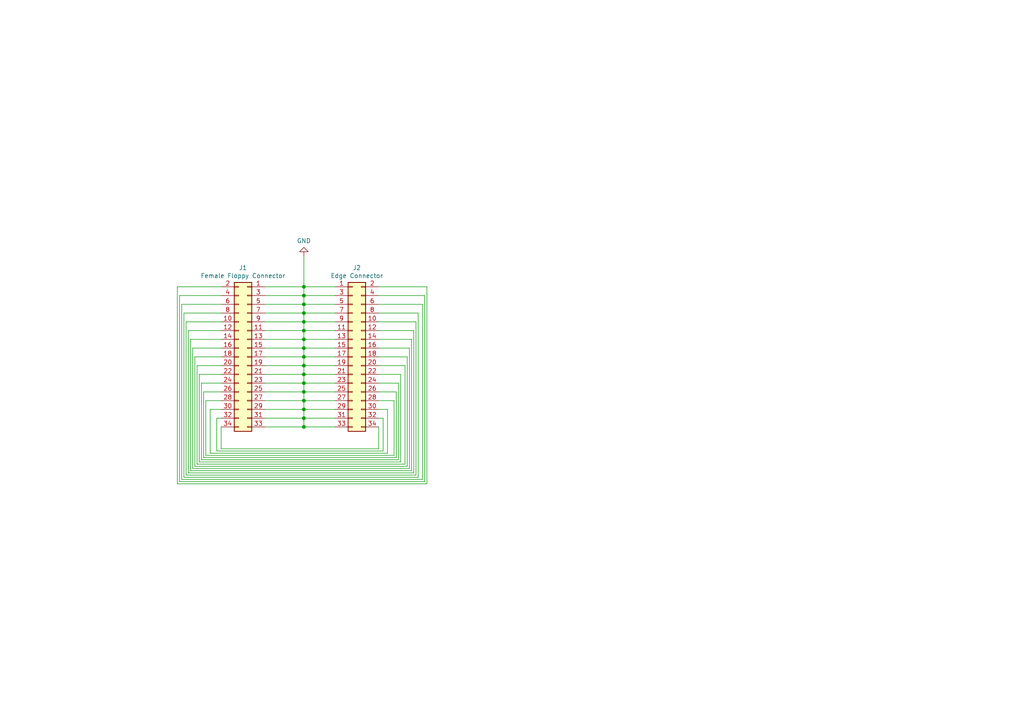
<source format=kicad_sch>
(kicad_sch (version 20230121) (generator eeschema)

  (uuid 9bda2fa2-e629-4a62-969f-073bc9ed2838)

  (paper "A4")

  (lib_symbols
    (symbol "Connector_Generic:Conn_02x17_Odd_Even" (pin_names (offset 1.016) hide) (in_bom yes) (on_board yes)
      (property "Reference" "J" (at 1.27 22.86 0)
        (effects (font (size 1.27 1.27)))
      )
      (property "Value" "Conn_02x17_Odd_Even" (at 1.27 -22.86 0)
        (effects (font (size 1.27 1.27)))
      )
      (property "Footprint" "" (at 0 0 0)
        (effects (font (size 1.27 1.27)) hide)
      )
      (property "Datasheet" "~" (at 0 0 0)
        (effects (font (size 1.27 1.27)) hide)
      )
      (property "ki_keywords" "connector" (at 0 0 0)
        (effects (font (size 1.27 1.27)) hide)
      )
      (property "ki_description" "Generic connector, double row, 02x17, odd/even pin numbering scheme (row 1 odd numbers, row 2 even numbers), script generated (kicad-library-utils/schlib/autogen/connector/)" (at 0 0 0)
        (effects (font (size 1.27 1.27)) hide)
      )
      (property "ki_fp_filters" "Connector*:*_2x??_*" (at 0 0 0)
        (effects (font (size 1.27 1.27)) hide)
      )
      (symbol "Conn_02x17_Odd_Even_1_1"
        (rectangle (start -1.27 -20.193) (end 0 -20.447)
          (stroke (width 0.1524) (type default))
          (fill (type none))
        )
        (rectangle (start -1.27 -17.653) (end 0 -17.907)
          (stroke (width 0.1524) (type default))
          (fill (type none))
        )
        (rectangle (start -1.27 -15.113) (end 0 -15.367)
          (stroke (width 0.1524) (type default))
          (fill (type none))
        )
        (rectangle (start -1.27 -12.573) (end 0 -12.827)
          (stroke (width 0.1524) (type default))
          (fill (type none))
        )
        (rectangle (start -1.27 -10.033) (end 0 -10.287)
          (stroke (width 0.1524) (type default))
          (fill (type none))
        )
        (rectangle (start -1.27 -7.493) (end 0 -7.747)
          (stroke (width 0.1524) (type default))
          (fill (type none))
        )
        (rectangle (start -1.27 -4.953) (end 0 -5.207)
          (stroke (width 0.1524) (type default))
          (fill (type none))
        )
        (rectangle (start -1.27 -2.413) (end 0 -2.667)
          (stroke (width 0.1524) (type default))
          (fill (type none))
        )
        (rectangle (start -1.27 0.127) (end 0 -0.127)
          (stroke (width 0.1524) (type default))
          (fill (type none))
        )
        (rectangle (start -1.27 2.667) (end 0 2.413)
          (stroke (width 0.1524) (type default))
          (fill (type none))
        )
        (rectangle (start -1.27 5.207) (end 0 4.953)
          (stroke (width 0.1524) (type default))
          (fill (type none))
        )
        (rectangle (start -1.27 7.747) (end 0 7.493)
          (stroke (width 0.1524) (type default))
          (fill (type none))
        )
        (rectangle (start -1.27 10.287) (end 0 10.033)
          (stroke (width 0.1524) (type default))
          (fill (type none))
        )
        (rectangle (start -1.27 12.827) (end 0 12.573)
          (stroke (width 0.1524) (type default))
          (fill (type none))
        )
        (rectangle (start -1.27 15.367) (end 0 15.113)
          (stroke (width 0.1524) (type default))
          (fill (type none))
        )
        (rectangle (start -1.27 17.907) (end 0 17.653)
          (stroke (width 0.1524) (type default))
          (fill (type none))
        )
        (rectangle (start -1.27 20.447) (end 0 20.193)
          (stroke (width 0.1524) (type default))
          (fill (type none))
        )
        (rectangle (start -1.27 21.59) (end 3.81 -21.59)
          (stroke (width 0.254) (type default))
          (fill (type background))
        )
        (rectangle (start 3.81 -20.193) (end 2.54 -20.447)
          (stroke (width 0.1524) (type default))
          (fill (type none))
        )
        (rectangle (start 3.81 -17.653) (end 2.54 -17.907)
          (stroke (width 0.1524) (type default))
          (fill (type none))
        )
        (rectangle (start 3.81 -15.113) (end 2.54 -15.367)
          (stroke (width 0.1524) (type default))
          (fill (type none))
        )
        (rectangle (start 3.81 -12.573) (end 2.54 -12.827)
          (stroke (width 0.1524) (type default))
          (fill (type none))
        )
        (rectangle (start 3.81 -10.033) (end 2.54 -10.287)
          (stroke (width 0.1524) (type default))
          (fill (type none))
        )
        (rectangle (start 3.81 -7.493) (end 2.54 -7.747)
          (stroke (width 0.1524) (type default))
          (fill (type none))
        )
        (rectangle (start 3.81 -4.953) (end 2.54 -5.207)
          (stroke (width 0.1524) (type default))
          (fill (type none))
        )
        (rectangle (start 3.81 -2.413) (end 2.54 -2.667)
          (stroke (width 0.1524) (type default))
          (fill (type none))
        )
        (rectangle (start 3.81 0.127) (end 2.54 -0.127)
          (stroke (width 0.1524) (type default))
          (fill (type none))
        )
        (rectangle (start 3.81 2.667) (end 2.54 2.413)
          (stroke (width 0.1524) (type default))
          (fill (type none))
        )
        (rectangle (start 3.81 5.207) (end 2.54 4.953)
          (stroke (width 0.1524) (type default))
          (fill (type none))
        )
        (rectangle (start 3.81 7.747) (end 2.54 7.493)
          (stroke (width 0.1524) (type default))
          (fill (type none))
        )
        (rectangle (start 3.81 10.287) (end 2.54 10.033)
          (stroke (width 0.1524) (type default))
          (fill (type none))
        )
        (rectangle (start 3.81 12.827) (end 2.54 12.573)
          (stroke (width 0.1524) (type default))
          (fill (type none))
        )
        (rectangle (start 3.81 15.367) (end 2.54 15.113)
          (stroke (width 0.1524) (type default))
          (fill (type none))
        )
        (rectangle (start 3.81 17.907) (end 2.54 17.653)
          (stroke (width 0.1524) (type default))
          (fill (type none))
        )
        (rectangle (start 3.81 20.447) (end 2.54 20.193)
          (stroke (width 0.1524) (type default))
          (fill (type none))
        )
        (pin passive line (at -5.08 20.32 0) (length 3.81)
          (name "Pin_1" (effects (font (size 1.27 1.27))))
          (number "1" (effects (font (size 1.27 1.27))))
        )
        (pin passive line (at 7.62 10.16 180) (length 3.81)
          (name "Pin_10" (effects (font (size 1.27 1.27))))
          (number "10" (effects (font (size 1.27 1.27))))
        )
        (pin passive line (at -5.08 7.62 0) (length 3.81)
          (name "Pin_11" (effects (font (size 1.27 1.27))))
          (number "11" (effects (font (size 1.27 1.27))))
        )
        (pin passive line (at 7.62 7.62 180) (length 3.81)
          (name "Pin_12" (effects (font (size 1.27 1.27))))
          (number "12" (effects (font (size 1.27 1.27))))
        )
        (pin passive line (at -5.08 5.08 0) (length 3.81)
          (name "Pin_13" (effects (font (size 1.27 1.27))))
          (number "13" (effects (font (size 1.27 1.27))))
        )
        (pin passive line (at 7.62 5.08 180) (length 3.81)
          (name "Pin_14" (effects (font (size 1.27 1.27))))
          (number "14" (effects (font (size 1.27 1.27))))
        )
        (pin passive line (at -5.08 2.54 0) (length 3.81)
          (name "Pin_15" (effects (font (size 1.27 1.27))))
          (number "15" (effects (font (size 1.27 1.27))))
        )
        (pin passive line (at 7.62 2.54 180) (length 3.81)
          (name "Pin_16" (effects (font (size 1.27 1.27))))
          (number "16" (effects (font (size 1.27 1.27))))
        )
        (pin passive line (at -5.08 0 0) (length 3.81)
          (name "Pin_17" (effects (font (size 1.27 1.27))))
          (number "17" (effects (font (size 1.27 1.27))))
        )
        (pin passive line (at 7.62 0 180) (length 3.81)
          (name "Pin_18" (effects (font (size 1.27 1.27))))
          (number "18" (effects (font (size 1.27 1.27))))
        )
        (pin passive line (at -5.08 -2.54 0) (length 3.81)
          (name "Pin_19" (effects (font (size 1.27 1.27))))
          (number "19" (effects (font (size 1.27 1.27))))
        )
        (pin passive line (at 7.62 20.32 180) (length 3.81)
          (name "Pin_2" (effects (font (size 1.27 1.27))))
          (number "2" (effects (font (size 1.27 1.27))))
        )
        (pin passive line (at 7.62 -2.54 180) (length 3.81)
          (name "Pin_20" (effects (font (size 1.27 1.27))))
          (number "20" (effects (font (size 1.27 1.27))))
        )
        (pin passive line (at -5.08 -5.08 0) (length 3.81)
          (name "Pin_21" (effects (font (size 1.27 1.27))))
          (number "21" (effects (font (size 1.27 1.27))))
        )
        (pin passive line (at 7.62 -5.08 180) (length 3.81)
          (name "Pin_22" (effects (font (size 1.27 1.27))))
          (number "22" (effects (font (size 1.27 1.27))))
        )
        (pin passive line (at -5.08 -7.62 0) (length 3.81)
          (name "Pin_23" (effects (font (size 1.27 1.27))))
          (number "23" (effects (font (size 1.27 1.27))))
        )
        (pin passive line (at 7.62 -7.62 180) (length 3.81)
          (name "Pin_24" (effects (font (size 1.27 1.27))))
          (number "24" (effects (font (size 1.27 1.27))))
        )
        (pin passive line (at -5.08 -10.16 0) (length 3.81)
          (name "Pin_25" (effects (font (size 1.27 1.27))))
          (number "25" (effects (font (size 1.27 1.27))))
        )
        (pin passive line (at 7.62 -10.16 180) (length 3.81)
          (name "Pin_26" (effects (font (size 1.27 1.27))))
          (number "26" (effects (font (size 1.27 1.27))))
        )
        (pin passive line (at -5.08 -12.7 0) (length 3.81)
          (name "Pin_27" (effects (font (size 1.27 1.27))))
          (number "27" (effects (font (size 1.27 1.27))))
        )
        (pin passive line (at 7.62 -12.7 180) (length 3.81)
          (name "Pin_28" (effects (font (size 1.27 1.27))))
          (number "28" (effects (font (size 1.27 1.27))))
        )
        (pin passive line (at -5.08 -15.24 0) (length 3.81)
          (name "Pin_29" (effects (font (size 1.27 1.27))))
          (number "29" (effects (font (size 1.27 1.27))))
        )
        (pin passive line (at -5.08 17.78 0) (length 3.81)
          (name "Pin_3" (effects (font (size 1.27 1.27))))
          (number "3" (effects (font (size 1.27 1.27))))
        )
        (pin passive line (at 7.62 -15.24 180) (length 3.81)
          (name "Pin_30" (effects (font (size 1.27 1.27))))
          (number "30" (effects (font (size 1.27 1.27))))
        )
        (pin passive line (at -5.08 -17.78 0) (length 3.81)
          (name "Pin_31" (effects (font (size 1.27 1.27))))
          (number "31" (effects (font (size 1.27 1.27))))
        )
        (pin passive line (at 7.62 -17.78 180) (length 3.81)
          (name "Pin_32" (effects (font (size 1.27 1.27))))
          (number "32" (effects (font (size 1.27 1.27))))
        )
        (pin passive line (at -5.08 -20.32 0) (length 3.81)
          (name "Pin_33" (effects (font (size 1.27 1.27))))
          (number "33" (effects (font (size 1.27 1.27))))
        )
        (pin passive line (at 7.62 -20.32 180) (length 3.81)
          (name "Pin_34" (effects (font (size 1.27 1.27))))
          (number "34" (effects (font (size 1.27 1.27))))
        )
        (pin passive line (at 7.62 17.78 180) (length 3.81)
          (name "Pin_4" (effects (font (size 1.27 1.27))))
          (number "4" (effects (font (size 1.27 1.27))))
        )
        (pin passive line (at -5.08 15.24 0) (length 3.81)
          (name "Pin_5" (effects (font (size 1.27 1.27))))
          (number "5" (effects (font (size 1.27 1.27))))
        )
        (pin passive line (at 7.62 15.24 180) (length 3.81)
          (name "Pin_6" (effects (font (size 1.27 1.27))))
          (number "6" (effects (font (size 1.27 1.27))))
        )
        (pin passive line (at -5.08 12.7 0) (length 3.81)
          (name "Pin_7" (effects (font (size 1.27 1.27))))
          (number "7" (effects (font (size 1.27 1.27))))
        )
        (pin passive line (at 7.62 12.7 180) (length 3.81)
          (name "Pin_8" (effects (font (size 1.27 1.27))))
          (number "8" (effects (font (size 1.27 1.27))))
        )
        (pin passive line (at -5.08 10.16 0) (length 3.81)
          (name "Pin_9" (effects (font (size 1.27 1.27))))
          (number "9" (effects (font (size 1.27 1.27))))
        )
      )
    )
    (symbol "power:GND" (power) (pin_names (offset 0)) (in_bom yes) (on_board yes)
      (property "Reference" "#PWR" (at 0 -6.35 0)
        (effects (font (size 1.27 1.27)) hide)
      )
      (property "Value" "GND" (at 0 -3.81 0)
        (effects (font (size 1.27 1.27)))
      )
      (property "Footprint" "" (at 0 0 0)
        (effects (font (size 1.27 1.27)) hide)
      )
      (property "Datasheet" "" (at 0 0 0)
        (effects (font (size 1.27 1.27)) hide)
      )
      (property "ki_keywords" "global power" (at 0 0 0)
        (effects (font (size 1.27 1.27)) hide)
      )
      (property "ki_description" "Power symbol creates a global label with name \"GND\" , ground" (at 0 0 0)
        (effects (font (size 1.27 1.27)) hide)
      )
      (symbol "GND_0_1"
        (polyline
          (pts
            (xy 0 0)
            (xy 0 -1.27)
            (xy 1.27 -1.27)
            (xy 0 -2.54)
            (xy -1.27 -1.27)
            (xy 0 -1.27)
          )
          (stroke (width 0) (type default))
          (fill (type none))
        )
      )
      (symbol "GND_1_1"
        (pin power_in line (at 0 0 270) (length 0) hide
          (name "GND" (effects (font (size 1.27 1.27))))
          (number "1" (effects (font (size 1.27 1.27))))
        )
      )
    )
  )

  (junction (at 88.138 95.885) (diameter 0) (color 0 0 0 0)
    (uuid 188c019d-ba9e-404d-9e9e-432e68acc4ba)
  )
  (junction (at 88.138 103.505) (diameter 0) (color 0 0 0 0)
    (uuid 201d637b-bb2e-495c-a11f-5bd0e9fb9341)
  )
  (junction (at 88.138 90.805) (diameter 0) (color 0 0 0 0)
    (uuid 234a32be-3021-4836-9bdc-55494a787c00)
  )
  (junction (at 88.138 113.665) (diameter 0) (color 0 0 0 0)
    (uuid 240832c3-045d-4eef-aeeb-4f94cb4713a0)
  )
  (junction (at 88.138 100.965) (diameter 0) (color 0 0 0 0)
    (uuid 285b2721-0b76-44bf-8b24-4b3681a174b7)
  )
  (junction (at 88.138 85.725) (diameter 0) (color 0 0 0 0)
    (uuid 4cd15a25-fca0-406f-ba6d-60605db11565)
  )
  (junction (at 88.138 106.045) (diameter 0) (color 0 0 0 0)
    (uuid 542ae4bb-9b84-4776-a802-22147415523d)
  )
  (junction (at 88.138 121.285) (diameter 0) (color 0 0 0 0)
    (uuid 58e95d48-8717-408f-8ef9-1402cc7370a7)
  )
  (junction (at 88.138 111.125) (diameter 0) (color 0 0 0 0)
    (uuid 5dc203c2-0fa6-4c05-a100-f3930177d54d)
  )
  (junction (at 88.138 98.425) (diameter 0) (color 0 0 0 0)
    (uuid 5e189491-4e0f-409b-8d15-0ca05c11b7eb)
  )
  (junction (at 88.138 88.265) (diameter 0) (color 0 0 0 0)
    (uuid 60a943f2-2a09-4c83-869d-3c3585aa25ed)
  )
  (junction (at 88.138 118.745) (diameter 0) (color 0 0 0 0)
    (uuid 6ccefe5c-a589-46ea-b2bf-677d609e0dcd)
  )
  (junction (at 88.138 116.205) (diameter 0) (color 0 0 0 0)
    (uuid 756bdf89-6a9b-40f8-a93e-92fdae1a368b)
  )
  (junction (at 88.138 108.585) (diameter 0) (color 0 0 0 0)
    (uuid bb9523b2-6c9c-452d-af23-f682daaeeab3)
  )
  (junction (at 88.138 83.185) (diameter 0) (color 0 0 0 0)
    (uuid c314568b-893a-4023-96bb-fd4ae51c4df5)
  )
  (junction (at 88.138 123.825) (diameter 0) (color 0 0 0 0)
    (uuid c6907b59-6875-48df-8671-6a7fcafbf594)
  )
  (junction (at 88.138 93.345) (diameter 0) (color 0 0 0 0)
    (uuid f4da5e3d-1af0-42bc-8246-710bd47319ea)
  )

  (wire (pts (xy 88.138 88.265) (xy 88.138 90.805))
    (stroke (width 0) (type default))
    (uuid 008cccb5-d435-41fd-b16c-865dea6971f3)
  )
  (wire (pts (xy 76.835 90.805) (xy 88.138 90.805))
    (stroke (width 0) (type default))
    (uuid 01004b21-f927-4ff9-b972-a9cb80845f6f)
  )
  (wire (pts (xy 88.138 100.965) (xy 97.155 100.965))
    (stroke (width 0) (type default))
    (uuid 011fe17b-075e-43f3-b78c-0199b2f7aa8e)
  )
  (wire (pts (xy 97.155 83.185) (xy 88.138 83.185))
    (stroke (width 0) (type default))
    (uuid 033e4e51-75b0-4a8f-a83d-1ab82a57a543)
  )
  (wire (pts (xy 88.138 85.725) (xy 88.138 88.265))
    (stroke (width 0) (type default))
    (uuid 0959d83e-374a-4561-b943-0b91b86befd7)
  )
  (wire (pts (xy 109.855 100.965) (xy 118.745 100.965))
    (stroke (width 0) (type default))
    (uuid 0ddd1236-52f6-4236-9de4-94c9a889f5c9)
  )
  (wire (pts (xy 120.65 93.345) (xy 109.855 93.345))
    (stroke (width 0) (type default))
    (uuid 0ec08e50-84e6-405f-963d-a5840f5e31ae)
  )
  (wire (pts (xy 55.245 136.525) (xy 119.38 136.525))
    (stroke (width 0) (type default))
    (uuid 168b7b6b-ad00-428a-819e-3813b6213b1f)
  )
  (wire (pts (xy 59.69 132.08) (xy 114.3 132.08))
    (stroke (width 0) (type default))
    (uuid 178cf2ba-0ea2-4d50-9fd6-cd434645599e)
  )
  (wire (pts (xy 122.555 139.065) (xy 122.555 88.265))
    (stroke (width 0) (type default))
    (uuid 18383a86-2d9d-4551-afbd-ba505337cfdd)
  )
  (wire (pts (xy 88.138 103.505) (xy 88.138 106.045))
    (stroke (width 0) (type default))
    (uuid 1913df14-c1fa-46fb-b9cd-8aebbe7d5f66)
  )
  (wire (pts (xy 114.3 116.205) (xy 109.855 116.205))
    (stroke (width 0) (type default))
    (uuid 1a64929f-ec3c-4782-b87e-76cfcc71c5d2)
  )
  (wire (pts (xy 121.285 138.43) (xy 53.34 138.43))
    (stroke (width 0) (type default))
    (uuid 1be1504a-dcd2-435d-9091-e5a18561b95f)
  )
  (wire (pts (xy 88.138 113.665) (xy 76.835 113.665))
    (stroke (width 0) (type default))
    (uuid 1d083f18-0a67-40f1-befc-72820b10962e)
  )
  (wire (pts (xy 62.865 130.81) (xy 111.125 130.81))
    (stroke (width 0) (type default))
    (uuid 1de2eccb-79c5-4e77-8b3f-8a5bf02fcc56)
  )
  (wire (pts (xy 115.57 111.125) (xy 109.855 111.125))
    (stroke (width 0) (type default))
    (uuid 1e89163b-e5d8-401c-b76c-28b888c3b8cc)
  )
  (wire (pts (xy 57.785 108.585) (xy 64.135 108.585))
    (stroke (width 0) (type default))
    (uuid 23a081b1-e3b9-44cc-ba7b-96980051b053)
  )
  (wire (pts (xy 59.055 113.665) (xy 64.135 113.665))
    (stroke (width 0) (type default))
    (uuid 25669387-7a35-40c8-9951-eb9af933a49b)
  )
  (wire (pts (xy 109.855 103.505) (xy 118.11 103.505))
    (stroke (width 0) (type default))
    (uuid 25abaf0c-06af-4435-a509-d12721766653)
  )
  (wire (pts (xy 118.11 103.505) (xy 118.11 135.255))
    (stroke (width 0) (type default))
    (uuid 26399ff8-89e9-45bc-8b55-dfa9abd70092)
  )
  (wire (pts (xy 60.96 131.445) (xy 60.96 118.745))
    (stroke (width 0) (type default))
    (uuid 26ecdde2-55ef-486e-9dd6-1f020c74c1c0)
  )
  (wire (pts (xy 55.88 135.89) (xy 55.88 100.965))
    (stroke (width 0) (type default))
    (uuid 26ee46f4-e6b2-4850-9127-6ad942db351e)
  )
  (wire (pts (xy 120.015 137.16) (xy 54.61 137.16))
    (stroke (width 0) (type default))
    (uuid 29416b96-00c3-4255-80b1-263521bdf917)
  )
  (wire (pts (xy 123.19 85.725) (xy 123.19 139.7))
    (stroke (width 0) (type default))
    (uuid 2964f151-ca3e-4248-90a0-66b821328a93)
  )
  (wire (pts (xy 88.138 88.265) (xy 76.835 88.265))
    (stroke (width 0) (type default))
    (uuid 2b722bd5-d5e5-4b44-99ab-90ed2a7cbdcd)
  )
  (wire (pts (xy 88.138 116.205) (xy 88.138 118.745))
    (stroke (width 0) (type default))
    (uuid 2b967b76-c2f4-4009-b28e-963112eca7db)
  )
  (wire (pts (xy 76.835 123.825) (xy 88.138 123.825))
    (stroke (width 0) (type default))
    (uuid 2c72d14f-7dd5-4178-904e-cee87ddcc037)
  )
  (wire (pts (xy 88.138 118.745) (xy 76.835 118.745))
    (stroke (width 0) (type default))
    (uuid 2c8a9f58-1902-40e5-a604-599dea0684e0)
  )
  (wire (pts (xy 111.125 130.81) (xy 111.125 121.285))
    (stroke (width 0) (type default))
    (uuid 2e23aca6-ba12-4757-821a-5669dc4db4ef)
  )
  (wire (pts (xy 88.138 111.125) (xy 97.155 111.125))
    (stroke (width 0) (type default))
    (uuid 2eec65b5-7879-4628-93c7-0a812e4897b9)
  )
  (wire (pts (xy 88.138 93.345) (xy 88.138 95.885))
    (stroke (width 0) (type default))
    (uuid 2fc5690b-2395-4030-944f-7b531a0e16a4)
  )
  (wire (pts (xy 76.835 111.125) (xy 88.138 111.125))
    (stroke (width 0) (type default))
    (uuid 304ddbbf-97b3-4865-8e82-13bb8e38feac)
  )
  (wire (pts (xy 116.205 133.985) (xy 57.785 133.985))
    (stroke (width 0) (type default))
    (uuid 313d3d0b-4831-4a50-98b0-7ab65813d274)
  )
  (wire (pts (xy 123.825 140.335) (xy 123.825 83.185))
    (stroke (width 0) (type default))
    (uuid 33ef39f4-b93e-4834-adbc-371b57a21eef)
  )
  (wire (pts (xy 97.155 98.425) (xy 88.138 98.425))
    (stroke (width 0) (type default))
    (uuid 389a7e6c-d962-4ba7-a6de-5d0368035812)
  )
  (wire (pts (xy 88.138 118.745) (xy 88.138 121.285))
    (stroke (width 0) (type default))
    (uuid 39927d5a-355f-4161-bd86-7dab6f0e3c9b)
  )
  (wire (pts (xy 57.785 133.985) (xy 57.785 108.585))
    (stroke (width 0) (type default))
    (uuid 3c70dc92-cbc8-43d1-a4d2-92ab0ae5ebed)
  )
  (wire (pts (xy 88.138 100.965) (xy 88.138 103.505))
    (stroke (width 0) (type default))
    (uuid 45fcfdd0-9d2c-4f97-a2d6-dad1b6e639f7)
  )
  (wire (pts (xy 88.138 121.285) (xy 88.138 123.825))
    (stroke (width 0) (type default))
    (uuid 46ab057a-2669-49bb-bd9b-bc8b2e360ff1)
  )
  (wire (pts (xy 62.865 121.285) (xy 62.865 130.81))
    (stroke (width 0) (type default))
    (uuid 4a8f6f6b-8225-4e7e-86ef-121c304dd943)
  )
  (wire (pts (xy 118.745 100.965) (xy 118.745 135.89))
    (stroke (width 0) (type default))
    (uuid 4b46e6fd-15f8-42f5-b037-f0d45dc202bd)
  )
  (wire (pts (xy 88.138 74.295) (xy 88.138 83.185))
    (stroke (width 0) (type default))
    (uuid 4fee774a-8c19-41c0-977e-977507671a8f)
  )
  (wire (pts (xy 51.435 140.335) (xy 123.825 140.335))
    (stroke (width 0) (type default))
    (uuid 5012a513-c2f2-4a2d-b576-fb0ee17e9baa)
  )
  (wire (pts (xy 52.07 139.7) (xy 52.07 85.725))
    (stroke (width 0) (type default))
    (uuid 538b5440-6558-4e77-b74d-c5132b4a8eda)
  )
  (wire (pts (xy 109.855 113.665) (xy 114.935 113.665))
    (stroke (width 0) (type default))
    (uuid 57ab0928-c2a2-473f-aa25-49ae0bc76376)
  )
  (wire (pts (xy 55.245 98.425) (xy 55.245 136.525))
    (stroke (width 0) (type default))
    (uuid 57d1996d-780d-47b5-b48b-748595bf91be)
  )
  (wire (pts (xy 53.975 93.345) (xy 53.975 137.795))
    (stroke (width 0) (type default))
    (uuid 584b9776-7936-4775-b82a-35d449231a32)
  )
  (wire (pts (xy 64.135 98.425) (xy 55.245 98.425))
    (stroke (width 0) (type default))
    (uuid 58ae439b-2a7f-4a4d-9818-e6ac56347655)
  )
  (wire (pts (xy 64.135 93.345) (xy 53.975 93.345))
    (stroke (width 0) (type default))
    (uuid 596ec555-415c-450b-8537-dde04c0d483b)
  )
  (wire (pts (xy 51.435 83.185) (xy 51.435 140.335))
    (stroke (width 0) (type default))
    (uuid 5989629a-3370-43f1-9669-539982e5631f)
  )
  (wire (pts (xy 88.138 103.505) (xy 76.835 103.505))
    (stroke (width 0) (type default))
    (uuid 5c0693fe-045a-4e65-a629-3337d6657a4c)
  )
  (wire (pts (xy 64.135 121.285) (xy 62.865 121.285))
    (stroke (width 0) (type default))
    (uuid 5c2cc311-1672-4990-b166-c00d8237d051)
  )
  (wire (pts (xy 88.138 108.585) (xy 88.138 111.125))
    (stroke (width 0) (type default))
    (uuid 5cdb8ebc-aae9-4548-aaa8-87fc2cd86f3d)
  )
  (wire (pts (xy 115.57 133.35) (xy 115.57 111.125))
    (stroke (width 0) (type default))
    (uuid 604efee7-dc6d-4ff0-aa58-4c5fdf5cdc8f)
  )
  (wire (pts (xy 88.138 111.125) (xy 88.138 113.665))
    (stroke (width 0) (type default))
    (uuid 605b3d12-bb4b-4a10-8435-b7e6f9d7f013)
  )
  (wire (pts (xy 52.07 85.725) (xy 64.135 85.725))
    (stroke (width 0) (type default))
    (uuid 63112a71-ccf8-42f6-b7e5-626304dfd99e)
  )
  (wire (pts (xy 55.88 100.965) (xy 64.135 100.965))
    (stroke (width 0) (type default))
    (uuid 6b5f1ac7-1bd4-4f7f-a5aa-d3a2521de64f)
  )
  (wire (pts (xy 88.138 106.045) (xy 88.138 108.585))
    (stroke (width 0) (type default))
    (uuid 6bf9eaab-0900-48d2-9e99-34699f66ec63)
  )
  (wire (pts (xy 118.745 135.89) (xy 55.88 135.89))
    (stroke (width 0) (type default))
    (uuid 75412bc3-67a6-4463-bb50-f402fd50d98c)
  )
  (wire (pts (xy 88.138 98.425) (xy 88.138 100.965))
    (stroke (width 0) (type default))
    (uuid 7545ec46-84fa-42e3-b635-56cfda32dff9)
  )
  (wire (pts (xy 52.705 139.065) (xy 122.555 139.065))
    (stroke (width 0) (type default))
    (uuid 75fc2ebf-61d0-49a3-9b47-60dbaeee1e53)
  )
  (wire (pts (xy 88.138 83.185) (xy 88.138 85.725))
    (stroke (width 0) (type default))
    (uuid 76206b9b-ca33-4a9a-8b22-2deb1d45d6e0)
  )
  (wire (pts (xy 60.96 118.745) (xy 64.135 118.745))
    (stroke (width 0) (type default))
    (uuid 7b70979b-2448-4b23-8c10-1a6a22d91bcb)
  )
  (wire (pts (xy 54.61 137.16) (xy 54.61 95.885))
    (stroke (width 0) (type default))
    (uuid 7cff71a7-c217-492c-bf36-24b1c27ee8a6)
  )
  (wire (pts (xy 88.138 95.885) (xy 97.155 95.885))
    (stroke (width 0) (type default))
    (uuid 806f45e0-3f11-47de-a6b3-4b9423e0fdbc)
  )
  (wire (pts (xy 112.395 131.445) (xy 60.96 131.445))
    (stroke (width 0) (type default))
    (uuid 8246ab5b-63c1-4397-81c7-22b112a63964)
  )
  (wire (pts (xy 97.155 93.345) (xy 88.138 93.345))
    (stroke (width 0) (type default))
    (uuid 82f7416c-6a28-4247-afce-e93c30e5aedf)
  )
  (wire (pts (xy 97.155 88.265) (xy 88.138 88.265))
    (stroke (width 0) (type default))
    (uuid 834a8789-aa15-4923-b775-6a3ad3ade605)
  )
  (wire (pts (xy 58.42 133.35) (xy 115.57 133.35))
    (stroke (width 0) (type default))
    (uuid 84057261-6528-4305-97e1-0bb1d4880148)
  )
  (wire (pts (xy 120.65 137.795) (xy 120.65 93.345))
    (stroke (width 0) (type default))
    (uuid 8444ba18-9f3c-4dd8-9c0c-74ec41cd906f)
  )
  (wire (pts (xy 53.975 137.795) (xy 120.65 137.795))
    (stroke (width 0) (type default))
    (uuid 84e18a04-a8dd-4d17-a50a-0ebf656b045b)
  )
  (wire (pts (xy 58.42 111.125) (xy 58.42 133.35))
    (stroke (width 0) (type default))
    (uuid 851fc845-3e97-4512-9a95-a2cddfe2f656)
  )
  (wire (pts (xy 54.61 95.885) (xy 64.135 95.885))
    (stroke (width 0) (type default))
    (uuid 853a5e22-6b28-485e-ac47-6848f6d6859b)
  )
  (wire (pts (xy 114.935 113.665) (xy 114.935 132.715))
    (stroke (width 0) (type default))
    (uuid 8583f9f8-b747-46c8-98af-a2f03e29ca7c)
  )
  (wire (pts (xy 109.855 130.175) (xy 64.135 130.175))
    (stroke (width 0) (type default))
    (uuid 85e658ae-1a22-4f98-8c13-ba737218d5af)
  )
  (wire (pts (xy 59.055 132.715) (xy 59.055 113.665))
    (stroke (width 0) (type default))
    (uuid 8f77a076-81bf-4811-a781-734d1e227e8b)
  )
  (wire (pts (xy 122.555 88.265) (xy 109.855 88.265))
    (stroke (width 0) (type default))
    (uuid 92fa45a6-2c1a-4239-8327-827a972d37e5)
  )
  (wire (pts (xy 88.138 121.285) (xy 97.155 121.285))
    (stroke (width 0) (type default))
    (uuid 93025cd9-c394-46ca-9d5f-af1e41d02931)
  )
  (wire (pts (xy 88.138 93.345) (xy 76.835 93.345))
    (stroke (width 0) (type default))
    (uuid 95c38ad4-d071-4a7d-8a0a-53dd88567596)
  )
  (wire (pts (xy 119.38 136.525) (xy 119.38 98.425))
    (stroke (width 0) (type default))
    (uuid 96ba8bd2-c907-43e9-a6ec-93773b20742b)
  )
  (wire (pts (xy 76.835 100.965) (xy 88.138 100.965))
    (stroke (width 0) (type default))
    (uuid 97f32c03-f67a-47ce-b43d-b03e3004653e)
  )
  (wire (pts (xy 56.515 135.255) (xy 56.515 103.505))
    (stroke (width 0) (type default))
    (uuid 99ac38d0-7368-466c-a3bb-6d34f2cf75d0)
  )
  (wire (pts (xy 88.138 123.825) (xy 97.155 123.825))
    (stroke (width 0) (type default))
    (uuid 99cec552-f5c0-4501-ac27-c69171d973a6)
  )
  (wire (pts (xy 88.138 83.185) (xy 76.835 83.185))
    (stroke (width 0) (type default))
    (uuid 9a2477b4-a433-4ffd-a1c9-ee8a5baa03e9)
  )
  (wire (pts (xy 64.135 116.205) (xy 59.69 116.205))
    (stroke (width 0) (type default))
    (uuid 9ba58f41-7da0-4298-9d9c-e28a713a4457)
  )
  (wire (pts (xy 97.155 103.505) (xy 88.138 103.505))
    (stroke (width 0) (type default))
    (uuid 9d1f6254-400f-4d8c-b110-cbb47b2f3e6c)
  )
  (wire (pts (xy 53.34 138.43) (xy 53.34 90.805))
    (stroke (width 0) (type default))
    (uuid 9df82f54-3887-4858-a3e5-1275c9b2a7b5)
  )
  (wire (pts (xy 97.155 113.665) (xy 88.138 113.665))
    (stroke (width 0) (type default))
    (uuid 9e479bbc-124f-4381-9559-488ea3fd57da)
  )
  (wire (pts (xy 116.205 108.585) (xy 116.205 133.985))
    (stroke (width 0) (type default))
    (uuid 9f920bf3-db3b-4b42-978d-c9280f244cf9)
  )
  (wire (pts (xy 59.69 116.205) (xy 59.69 132.08))
    (stroke (width 0) (type default))
    (uuid a3d834a2-786b-474b-b3d2-305436258388)
  )
  (wire (pts (xy 76.835 116.205) (xy 88.138 116.205))
    (stroke (width 0) (type default))
    (uuid a4543b3a-c232-4b25-a4e5-5bbb16d3fc07)
  )
  (wire (pts (xy 57.15 134.62) (xy 117.475 134.62))
    (stroke (width 0) (type default))
    (uuid a4a6e9a2-6eba-4ea0-ad26-8c22df5665c9)
  )
  (wire (pts (xy 76.835 121.285) (xy 88.138 121.285))
    (stroke (width 0) (type default))
    (uuid a989ac84-a8f1-4bad-8c60-b439d4bf4fcc)
  )
  (wire (pts (xy 76.835 106.045) (xy 88.138 106.045))
    (stroke (width 0) (type default))
    (uuid aadcc62c-5620-4596-9fee-f6768435416c)
  )
  (wire (pts (xy 88.138 106.045) (xy 97.155 106.045))
    (stroke (width 0) (type default))
    (uuid ab4eeb48-c9cf-4433-871c-4c776f5a0122)
  )
  (wire (pts (xy 88.138 108.585) (xy 76.835 108.585))
    (stroke (width 0) (type default))
    (uuid ab91c0fd-34a4-4bdf-8235-88b9475aa1fe)
  )
  (wire (pts (xy 109.855 85.725) (xy 123.19 85.725))
    (stroke (width 0) (type default))
    (uuid ace4888e-b077-459d-8cf7-8adff9a09ee1)
  )
  (wire (pts (xy 109.855 95.885) (xy 120.015 95.885))
    (stroke (width 0) (type default))
    (uuid b290ed83-5cc3-4bea-a719-212464e06fba)
  )
  (wire (pts (xy 64.135 106.045) (xy 57.15 106.045))
    (stroke (width 0) (type default))
    (uuid b650755d-3be4-4eb8-846f-e3c792b5d33f)
  )
  (wire (pts (xy 123.19 139.7) (xy 52.07 139.7))
    (stroke (width 0) (type default))
    (uuid bcb3111c-588a-4454-86cb-7aa8eb48bd9f)
  )
  (wire (pts (xy 112.395 118.745) (xy 112.395 131.445))
    (stroke (width 0) (type default))
    (uuid c3978d03-1c83-4642-9165-4a3d9edc633f)
  )
  (wire (pts (xy 97.155 108.585) (xy 88.138 108.585))
    (stroke (width 0) (type default))
    (uuid c4f8beaf-0582-463c-9e7c-9e5ab781034c)
  )
  (wire (pts (xy 119.38 98.425) (xy 109.855 98.425))
    (stroke (width 0) (type default))
    (uuid c572b18b-5374-4346-b5bc-cc89c40dc09b)
  )
  (wire (pts (xy 88.138 90.805) (xy 97.155 90.805))
    (stroke (width 0) (type default))
    (uuid cbcdf295-685e-48cc-a385-0814a826e8bf)
  )
  (wire (pts (xy 56.515 103.505) (xy 64.135 103.505))
    (stroke (width 0) (type default))
    (uuid d34d5054-0f12-4919-b67d-42c6f1707182)
  )
  (wire (pts (xy 117.475 106.045) (xy 109.855 106.045))
    (stroke (width 0) (type default))
    (uuid d553a1d3-a706-4f08-8925-cb389be476e1)
  )
  (wire (pts (xy 64.135 111.125) (xy 58.42 111.125))
    (stroke (width 0) (type default))
    (uuid d5c18408-6b99-4b4d-b5af-2998781939eb)
  )
  (wire (pts (xy 52.705 88.265) (xy 52.705 139.065))
    (stroke (width 0) (type default))
    (uuid d5ca70c8-8b4f-47e9-8189-dde5b1dc7748)
  )
  (wire (pts (xy 53.34 90.805) (xy 64.135 90.805))
    (stroke (width 0) (type default))
    (uuid d79270f0-7b2b-4536-b4dc-6421787fbaa1)
  )
  (wire (pts (xy 117.475 134.62) (xy 117.475 106.045))
    (stroke (width 0) (type default))
    (uuid d83a0960-755d-4d1e-98ff-0007994e2fed)
  )
  (wire (pts (xy 120.015 95.885) (xy 120.015 137.16))
    (stroke (width 0) (type default))
    (uuid d9079d74-0a41-492d-9ab5-3c49df7b0ff4)
  )
  (wire (pts (xy 64.135 83.185) (xy 51.435 83.185))
    (stroke (width 0) (type default))
    (uuid d916e714-b01f-40ed-97e6-7f9ce5394a1a)
  )
  (wire (pts (xy 123.825 83.185) (xy 109.855 83.185))
    (stroke (width 0) (type default))
    (uuid dc2c37dc-55c1-4349-8f1b-5a94c10f612e)
  )
  (wire (pts (xy 57.15 106.045) (xy 57.15 134.62))
    (stroke (width 0) (type default))
    (uuid de057360-6ead-4416-b481-0ff4588a4eb7)
  )
  (wire (pts (xy 76.835 85.725) (xy 88.138 85.725))
    (stroke (width 0) (type default))
    (uuid def12d2f-f622-4066-b632-fddff8d6be29)
  )
  (wire (pts (xy 88.138 95.885) (xy 88.138 98.425))
    (stroke (width 0) (type default))
    (uuid e0d549d9-2bb4-4e7e-8c20-28a6e62bb2a0)
  )
  (wire (pts (xy 64.135 130.175) (xy 64.135 123.825))
    (stroke (width 0) (type default))
    (uuid e0f72755-2b5c-4dd1-8501-43952b570f87)
  )
  (wire (pts (xy 97.155 118.745) (xy 88.138 118.745))
    (stroke (width 0) (type default))
    (uuid e27b722b-bf00-46d2-a276-a38ec504f9d1)
  )
  (wire (pts (xy 88.138 98.425) (xy 76.835 98.425))
    (stroke (width 0) (type default))
    (uuid e4270061-0af6-408a-8bde-1a0d0f8822b2)
  )
  (wire (pts (xy 109.855 90.805) (xy 121.285 90.805))
    (stroke (width 0) (type default))
    (uuid e4b9e730-e4f0-4172-be17-5588cb400bbd)
  )
  (wire (pts (xy 88.138 116.205) (xy 97.155 116.205))
    (stroke (width 0) (type default))
    (uuid e9005707-99c4-4b0d-8060-6f95bf08b6c9)
  )
  (wire (pts (xy 109.855 108.585) (xy 116.205 108.585))
    (stroke (width 0) (type default))
    (uuid eca16d9e-6150-475d-bd48-505c47329fdb)
  )
  (wire (pts (xy 111.125 121.285) (xy 109.855 121.285))
    (stroke (width 0) (type default))
    (uuid ed231ffe-1fc0-49e2-a26b-1d33f6f2dcce)
  )
  (wire (pts (xy 88.138 85.725) (xy 97.155 85.725))
    (stroke (width 0) (type default))
    (uuid ef2140ba-97ea-4e59-8332-7baccf583ad1)
  )
  (wire (pts (xy 114.935 132.715) (xy 59.055 132.715))
    (stroke (width 0) (type default))
    (uuid ef85b732-9b56-4aa7-9d11-218250b85d13)
  )
  (wire (pts (xy 64.135 88.265) (xy 52.705 88.265))
    (stroke (width 0) (type default))
    (uuid efd116be-68cb-485e-bb11-a96d4d3850a7)
  )
  (wire (pts (xy 76.835 95.885) (xy 88.138 95.885))
    (stroke (width 0) (type default))
    (uuid f25832a2-5fa3-480d-ab43-ee7ab3d031a8)
  )
  (wire (pts (xy 121.285 90.805) (xy 121.285 138.43))
    (stroke (width 0) (type default))
    (uuid f3edcb7d-9317-4b7f-81d5-b86a0f8f124a)
  )
  (wire (pts (xy 118.11 135.255) (xy 56.515 135.255))
    (stroke (width 0) (type default))
    (uuid f3f7d7cc-7512-457d-802c-7886b7c5f047)
  )
  (wire (pts (xy 88.138 113.665) (xy 88.138 116.205))
    (stroke (width 0) (type default))
    (uuid f48fff70-c65e-45a3-9dca-ffbdb7a43fbd)
  )
  (wire (pts (xy 88.138 90.805) (xy 88.138 93.345))
    (stroke (width 0) (type default))
    (uuid f4c0a7a4-d786-466e-bee9-073be2271d5b)
  )
  (wire (pts (xy 109.855 118.745) (xy 112.395 118.745))
    (stroke (width 0) (type default))
    (uuid f7e48281-6779-47ab-ae26-4e75a4f47fc5)
  )
  (wire (pts (xy 114.3 132.08) (xy 114.3 116.205))
    (stroke (width 0) (type default))
    (uuid f9c6c7a0-c441-49ca-9655-12e4e90b233f)
  )
  (wire (pts (xy 109.855 123.825) (xy 109.855 130.175))
    (stroke (width 0) (type default))
    (uuid fb53d32c-5980-42bf-a18a-da05a12c2759)
  )

  (symbol (lib_id "Connector_Generic:Conn_02x17_Odd_Even") (at 102.235 103.505 0) (unit 1)
    (in_bom yes) (on_board yes) (dnp no)
    (uuid 00000000-0000-0000-0000-00006007ade3)
    (property "Reference" "J2" (at 103.505 77.6732 0)
      (effects (font (size 1.27 1.27)))
    )
    (property "Value" "Edge Connector" (at 103.505 79.9846 0)
      (effects (font (size 1.27 1.27)))
    )
    (property "Footprint" "EdgeConnectors:FloppyEdge" (at 102.235 103.505 0)
      (effects (font (size 1.27 1.27)) hide)
    )
    (property "Datasheet" "~" (at 102.235 103.505 0)
      (effects (font (size 1.27 1.27)) hide)
    )
    (pin "1" (uuid 8e3c1401-b83d-4bd3-a454-5d1798916ec6))
    (pin "10" (uuid 7835696a-b8f7-4e16-953f-675e0b86a6bf))
    (pin "11" (uuid ea63760f-f0fd-4700-a115-da3805311efa))
    (pin "12" (uuid b515baa3-1b93-46a5-ac4a-218dce32e78f))
    (pin "13" (uuid 85f476ae-8017-4bb6-814e-908a7e1a8c7c))
    (pin "14" (uuid a3ecb107-c63b-4391-a2c4-c1082047df36))
    (pin "15" (uuid 6064b121-b194-4e97-8129-ccf6696b6035))
    (pin "16" (uuid aa9f4ad0-0d87-496b-b40c-b677bd66b393))
    (pin "17" (uuid c33986f9-8747-4d0b-824b-51a072029a82))
    (pin "18" (uuid a74f1168-09e7-45c6-948a-6880f4b8e9a7))
    (pin "19" (uuid b9d39937-0049-4f8a-8f61-4449d7981317))
    (pin "2" (uuid a546e767-fa8c-4146-b484-8dd485c9e76c))
    (pin "20" (uuid f5464114-4605-4c08-8996-46da0898b259))
    (pin "21" (uuid eb039a40-4aef-460d-aee3-d45729d18467))
    (pin "22" (uuid 2cbd7a2c-1463-4dc5-94b0-5a382b75614d))
    (pin "23" (uuid 2e167751-f28a-4abe-858f-41283fa18be8))
    (pin "24" (uuid 4aa1fe5d-5d6b-4785-a6e9-d8c20426f90f))
    (pin "25" (uuid 27acb020-a5b8-4c9f-8ceb-b28e67eb09cb))
    (pin "26" (uuid edf51555-7377-4385-b5e4-24b6114877e8))
    (pin "27" (uuid 59476b8e-0e9a-4f4b-a37d-aec321946316))
    (pin "28" (uuid 87ff715c-c28b-4ca1-945d-9067afa5c23c))
    (pin "29" (uuid 6ca18d9f-a2c4-49ee-bdf1-bb8eb88e5716))
    (pin "3" (uuid 0f67f7a3-09ee-48a3-967a-4de02ed8c587))
    (pin "30" (uuid 7c8faf56-a3eb-41bd-a000-9fc956d70f3c))
    (pin "31" (uuid ac9e5c8a-41b9-4526-bbda-c3733d1bc7cb))
    (pin "32" (uuid 66b17936-084a-492c-be7d-80d6885a6502))
    (pin "33" (uuid d6f1e835-0d14-417f-8561-d679e9ce1843))
    (pin "34" (uuid caf57575-6462-49f4-937b-19bc725eac4d))
    (pin "4" (uuid 1ab2400c-17fc-4721-a881-f11cbf86147d))
    (pin "5" (uuid ed944ba7-1055-442f-ac3a-a02f6da251f5))
    (pin "6" (uuid e93690de-cbc2-4e45-9d3b-28b980966683))
    (pin "7" (uuid 366e15f2-72a8-404e-9280-41365af72b33))
    (pin "8" (uuid abd15298-6cd3-4f94-a09d-0e9bd31505d9))
    (pin "9" (uuid 11c7bfda-1f2d-4358-b5f3-ed83b1b5b12e))
    (instances
      (project "floppy-adapter"
        (path "/9bda2fa2-e629-4a62-969f-073bc9ed2838"
          (reference "J2") (unit 1)
        )
      )
    )
  )

  (symbol (lib_id "Connector_Generic:Conn_02x17_Odd_Even") (at 71.755 103.505 0) (mirror y) (unit 1)
    (in_bom yes) (on_board yes) (dnp no)
    (uuid 00000000-0000-0000-0000-00006007de1b)
    (property "Reference" "J1" (at 70.485 77.6732 0)
      (effects (font (size 1.27 1.27)))
    )
    (property "Value" "Female Floppy Connector" (at 70.485 79.9846 0)
      (effects (font (size 1.27 1.27)))
    )
    (property "Footprint" "Connector_PinHeader_2.54mm:PinHeader_2x17_P2.54mm_Vertical" (at 71.755 103.505 0)
      (effects (font (size 1.27 1.27)) hide)
    )
    (property "Datasheet" "~" (at 71.755 103.505 0)
      (effects (font (size 1.27 1.27)) hide)
    )
    (pin "1" (uuid 5a50d597-b286-41c8-bb03-b8ccca0c6633))
    (pin "10" (uuid a2e0afcf-9947-4437-8a76-9bc0affa8c19))
    (pin "11" (uuid e606e0d3-e3b5-4022-a7ea-2a1b90214fa5))
    (pin "12" (uuid 3419be12-3a75-4586-8371-1b48ed028c1d))
    (pin "13" (uuid a2b91de9-ba8e-409e-937d-9c0c3cb7d9c8))
    (pin "14" (uuid 88d65fcb-a490-4d8f-8909-0ddc1489543b))
    (pin "15" (uuid e88a4f42-2ff0-4e27-a70e-e3e49d43f50f))
    (pin "16" (uuid a52668c4-32b8-4e48-a5aa-0e8a157e73c8))
    (pin "17" (uuid f0fdc0c2-7976-463b-be9f-87dba8fcc118))
    (pin "18" (uuid 65143242-a32c-40c6-b69a-bd3557ab0065))
    (pin "19" (uuid 2fca2a06-4d7f-430c-a229-e26a348531e1))
    (pin "2" (uuid 465134a4-4010-45dc-82e0-dbb7b3a594f6))
    (pin "20" (uuid 27d19ec4-56e9-4d98-8ce9-97ce1c58afcc))
    (pin "21" (uuid 99ec6dab-244e-4c63-994a-2ea8e3ea24ce))
    (pin "22" (uuid 164e87b2-44c8-423d-b0e8-839847e250d6))
    (pin "23" (uuid 50167e4b-2e53-4bff-b02a-ce0f77038965))
    (pin "24" (uuid 80693652-3dd3-49b2-b15b-06dd71887ccf))
    (pin "25" (uuid 81c48a2b-eb36-4241-a005-fec1b96b6c37))
    (pin "26" (uuid 25cc4825-af16-4169-a61e-d1e5dd8ba959))
    (pin "27" (uuid 01a61233-a5b5-4dae-9e64-e64203182a1d))
    (pin "28" (uuid ec370ac1-2413-4f8d-9346-c5463db9cdb5))
    (pin "29" (uuid 196c87aa-a451-4738-a038-c7d64e8b5383))
    (pin "3" (uuid c33e4b00-75fe-4e6d-b55f-dde5bd4f6810))
    (pin "30" (uuid 62f192a3-fd16-4fbf-964f-caf1d9e01fa6))
    (pin "31" (uuid 86a6cb3b-d53c-46c8-b59e-e963ec0a1962))
    (pin "32" (uuid c27fef24-8d1d-42bf-b807-6388e857aaa5))
    (pin "33" (uuid 211efcc9-f8e4-4322-9332-448a22310d07))
    (pin "34" (uuid 47681e74-269a-41fa-a255-b17f59ce8bf8))
    (pin "4" (uuid 5e3923a6-c668-403a-a734-001466bdd348))
    (pin "5" (uuid 8e5110f3-3d58-4099-9075-a15d22f1da95))
    (pin "6" (uuid dda3d6ab-156b-4856-818a-1b11e9824ec1))
    (pin "7" (uuid 270b49fb-51ba-4f3e-af37-5151ef9a7093))
    (pin "8" (uuid 887237f6-5254-406f-816b-ad810b06466e))
    (pin "9" (uuid 664e5bf8-dfcd-4edf-b831-931a98c84f98))
    (instances
      (project "floppy-adapter"
        (path "/9bda2fa2-e629-4a62-969f-073bc9ed2838"
          (reference "J1") (unit 1)
        )
      )
    )
  )

  (symbol (lib_id "power:GND") (at 88.138 74.295 180) (unit 1)
    (in_bom yes) (on_board yes) (dnp no) (fields_autoplaced)
    (uuid 532b8d4e-68b3-4115-be93-eadffb2971f6)
    (property "Reference" "#PWR01" (at 88.138 67.945 0)
      (effects (font (size 1.27 1.27)) hide)
    )
    (property "Value" "GND" (at 88.138 69.85 0)
      (effects (font (size 1.27 1.27)))
    )
    (property "Footprint" "" (at 88.138 74.295 0)
      (effects (font (size 1.27 1.27)) hide)
    )
    (property "Datasheet" "" (at 88.138 74.295 0)
      (effects (font (size 1.27 1.27)) hide)
    )
    (pin "1" (uuid ce5acba3-2d8c-4636-8653-d08cc7553f07))
    (instances
      (project "floppy-adapter"
        (path "/9bda2fa2-e629-4a62-969f-073bc9ed2838"
          (reference "#PWR01") (unit 1)
        )
      )
    )
  )

  (sheet_instances
    (path "/" (page "1"))
  )
)

</source>
